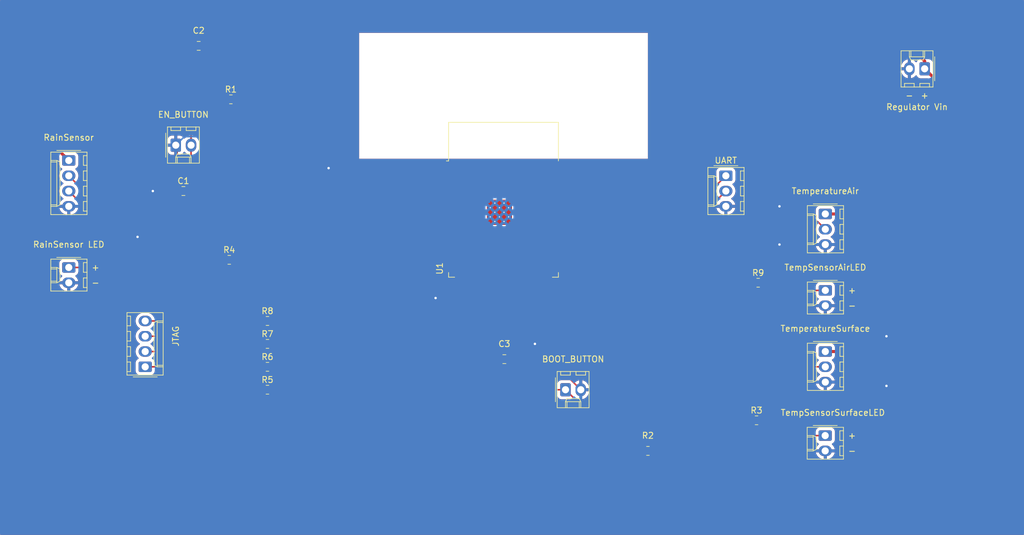
<source format=kicad_pcb>
(kicad_pcb (version 20240108) (generator "pcbnew") (generator_version "8.0")
  (layers (0 "F.Cu" signal) (31 "B.Cu" signal) (34 "B.Paste" user) (35 "F.Paste" user) (36 "B.SilkS" user "B.Silkscreen") (37 "F.SilkS" user "F.Silkscreen") (38 "B.Mask" user) (39 "F.Mask" user) (44 "Edge.Cuts" user))
  (net 0 "")
  (net 1 "GND")
  (net 2 "/EN")
  (net 3 "+3.3V")
  (net 4 "/BOOT")
  (net 5 "/TX")
  (net 6 "/RX")
  (net 7 "/MTDO")
  (net 8 "/MTCK")
  (net 9 "/MTDI")
  (net 10 "/MTMS")
  (net 11 "Net-(J6-Pin_1)")
  (net 12 "Net-(J7-Pin_1)")
  (net 28 "Net-(J10-Pin_1)")
  (net 29 "/DigitalRain")
  (net 30 "/GPIOTempSurface")
  (net 31 "/GPIOTempAir")
  (net 32 "/GPIOTempSurfaceLED")
  (net 33 "/GPIORainLED")
  (net 34 "/GPIOTempAirLED")
  (net 35 "/AnalogRain")
  (footprint "Connector_Molex:Molex_KK-254_AE-6410-02A_1x02_P2.54mm_Vertical" (layer "F.Cu") (at 200.66 96.52 -90)
    (property "Reference" "J10" (hide yes))
    (property "Value" "TempSensorAirLED" (at -3.81 0 0) (layer "F.SilkS"))
    (fp_text user "+" (at 0 -4.445 0) (layer "F.SilkS"))
    (fp_text user "-" (at 2.54 -4.445 0) (layer "F.SilkS"))
    (pad "1" thru_hole roundrect (at 0 0 270) (size 1.74 2.19) (drill 1.19) (layers "*.Cu" "*.Mask") (roundrect_rratio 0.143678) (net 28 "Net-(J10-Pin_1)"))
    (pad "2" thru_hole oval (at 2.54 0 270) (size 1.74 2.19) (drill 1.19) (layers "*.Cu" "*.Mask") (net 1 "GND"))
  )
  (footprint "Resistor_SMD:R_0805_2012Metric_Pad1.20x1.40mm_HandSolder" (layer "F.Cu") (at 107.95 105.41)
    (property "Reference" "R7" (at 0 -1.65 0) (layer "F.SilkS"))
    (property "Value" "100")
    (pad "1" smd roundrect (at -1 0) (size 1.2 1.4) (layers "F.Cu" "F.Paste" "F.Mask") (roundrect_rratio 0.208333) (net 9 "/MTDI"))
    (pad "2" smd roundrect (at 1 0) (size 1.2 1.4) (layers "F.Cu" "F.Paste" "F.Mask") (roundrect_rratio 0.208333) (net 9 "/MTDI"))
  )
  (footprint "Resistor_SMD:R_0805_2012Metric_Pad1.20x1.40mm_HandSolder" (layer "F.Cu") (at 101.6 91.44)
    (property "Reference" "R4" (at 0 -1.65 0) (layer "F.SilkS"))
    (property "Value" "220")
    (pad "1" smd roundrect (at -1 0) (size 1.2 1.4) (layers "F.Cu" "F.Paste" "F.Mask") (roundrect_rratio 0.208333) (net 33 "/GPIORainLED"))
    (pad "2" smd roundrect (at 1 0) (size 1.2 1.4) (layers "F.Cu" "F.Paste" "F.Mask") (roundrect_rratio 0.208333) (net 12 "Net-(J7-Pin_1)"))
  )
  (footprint "Connector_Molex:Molex_KK-254_AE-6410-02A_1x02_P2.54mm_Vertical" (layer "F.Cu") (at 200.64 120.65 -90)
    (property "Reference" "J6" (hide yes))
    (property "Value" "TempSensorSurfaceLED" (at -3.81 -1.27 0) (layer "F.SilkS"))
    (fp_text user "+" (at 0 -4.465 0) (layer "F.SilkS"))
    (fp_text user "-" (at 2.54 -4.465 0) (layer "F.SilkS"))
    (pad "1" thru_hole roundrect (at 0 0 270) (size 1.74 2.19) (drill 1.19) (layers "*.Cu" "*.Mask") (roundrect_rratio 0.143678) (net 11 "Net-(J6-Pin_1)"))
    (pad "2" thru_hole oval (at 2.54 0 270) (size 1.74 2.19) (drill 1.19) (layers "*.Cu" "*.Mask") (net 1 "GND"))
  )
  (footprint "Connector_Molex:Molex_KK-254_AE-6410-03A_1x03_P2.54mm_Vertical" (layer "F.Cu") (at 184.13 77.47 -90)
    (property "Reference" "J1" (hide yes))
    (property "Value" "UART" (at -2.54 0 180) (layer "F.SilkS"))
    (pad "1" thru_hole roundrect (at 0 0 270) (size 1.74 2.19) (drill 1.19) (layers "*.Cu" "*.Mask") (roundrect_rratio 0.143678) (net 5 "/TX"))
    (pad "2" thru_hole oval (at 2.54 0 270) (size 1.74 2.19) (drill 1.19) (layers "*.Cu" "*.Mask") (net 6 "/RX"))
    (pad "3" thru_hole oval (at 5.08 0 270) (size 1.74 2.19) (drill 1.19) (layers "*.Cu" "*.Mask") (net 1 "GND"))
  )
  (footprint "Connector_Molex:Molex_KK-254_AE-6410-02A_1x02_P2.54mm_Vertical" (layer "F.Cu") (at 92.71 72.39)
    (property "Reference" "J8" (hide yes))
    (property "Value" "EN_BUTTON" (at 1.27 -5.08 0) (layer "F.SilkS"))
    (pad "1" thru_hole roundrect (at 0 0) (size 1.74 2.19) (drill 1.19) (layers "*.Cu" "*.Mask") (roundrect_rratio 0.143678) (net 1 "GND"))
    (pad "2" thru_hole oval (at 2.54 0) (size 1.74 2.19) (drill 1.19) (layers "*.Cu" "*.Mask") (net 2 "/EN"))
  )
  (footprint "Connector_Molex:Molex_KK-254_AE-6410-04A_1x04_P2.54mm_Vertical" (layer "F.Cu") (at 87.63 109.22 90)
    (property "Reference" "J5" (hide yes))
    (property "Value" "JTAG" (at 5.08 5.08 90) (layer "F.SilkS"))
    (pad "1" thru_hole roundrect (at 0 0 90) (size 1.74 2.19) (drill 1.19) (layers "*.Cu" "*.Mask") (roundrect_rratio 0.143678) (net 7 "/MTDO"))
    (pad "2" thru_hole oval (at 2.54 0 90) (size 1.74 2.19) (drill 1.19) (layers "*.Cu" "*.Mask") (net 8 "/MTCK"))
    (pad "3" thru_hole oval (at 5.08 0 90) (size 1.74 2.19) (drill 1.19) (layers "*.Cu" "*.Mask") (net 9 "/MTDI"))
    (pad "4" thru_hole oval (at 7.62 0 90) (size 1.74 2.19) (drill 1.19) (layers "*.Cu" "*.Mask") (net 10 "/MTMS"))
  )
  (footprint "Capacitor_SMD:C_0805_2012Metric_Pad1.18x1.45mm_HandSolder" (layer "F.Cu") (at 96.52 55.88 180)
    (property "Reference" "C2" (at 0 2.54 0) (layer "F.SilkS"))
    (property "Value" "1uF")
    (pad "1" smd roundrect (at -1.0375 0 180) (size 1.175 1.45) (layers "F.Cu" "F.Paste" "F.Mask") (roundrect_rratio 0.212766) (net 3 "+3.3V"))
    (pad "2" smd roundrect (at 1.0375 0 180) (size 1.175 1.45) (layers "F.Cu" "F.Paste" "F.Mask") (roundrect_rratio 0.212766) (net 1 "GND"))
  )
  (footprint "Connector_Molex:Molex_KK-254_AE-6410-03A_1x03_P2.54mm_Vertical" (layer "F.Cu") (at 200.66 83.82 -90)
    (property "Reference" "J4" (hide yes))
    (property "Value" "TemperatureAir" (at -3.81 0 180) (layer "F.SilkS"))
    (pad "1" thru_hole roundrect (at 0 0 270) (size 1.74 2.19) (drill 1.19) (layers "*.Cu" "*.Mask") (roundrect_rratio 0.143678) (net 3 "+3.3V"))
    (pad "2" thru_hole oval (at 2.54 0 270) (size 1.74 2.19) (drill 1.19) (layers "*.Cu" "*.Mask") (net 31 "/GPIOTempAir"))
    (pad "3" thru_hole oval (at 5.08 0 270) (size 1.74 2.19) (drill 1.19) (layers "*.Cu" "*.Mask") (net 1 "GND"))
  )
  (footprint "Resistor_SMD:R_0805_2012Metric_Pad1.20x1.40mm_HandSolder" (layer "F.Cu") (at 107.95 109.22)
    (property "Reference" "R6" (at 0 -1.65 0) (layer "F.SilkS"))
    (property "Value" "100")
    (pad "1" smd roundrect (at -1 0) (size 1.2 1.4) (layers "F.Cu" "F.Paste" "F.Mask") (roundrect_rratio 0.208333) (net 8 "/MTCK"))
    (pad "2" smd roundrect (at 1 0) (size 1.2 1.4) (layers "F.Cu" "F.Paste" "F.Mask") (roundrect_rratio 0.208333) (net 8 "/MTCK"))
  )
  (footprint "Capacitor_SMD:C_0805_2012Metric_Pad1.18x1.45mm_HandSolder" (layer "F.Cu") (at 147.32 107.95)
    (property "Reference" "C3" (at 0 -2.54 0) (layer "F.SilkS"))
    (property "Value" "1uF")
    (pad "1" smd roundrect (at -1.0375 0) (size 1.175 1.45) (layers "F.Cu" "F.Paste" "F.Mask") (roundrect_rratio 0.212766) (net 4 "/BOOT"))
    (pad "2" smd roundrect (at 1.0375 0) (size 1.175 1.45) (layers "F.Cu" "F.Paste" "F.Mask") (roundrect_rratio 0.212766) (net 1 "GND"))
  )
  (footprint "Connector_Molex:Molex_KK-254_AE-6410-02A_1x02_P2.54mm_Vertical" (layer "F.Cu") (at 74.93 92.71 -90)
    (property "Reference" "J7" (hide yes))
    (property "Value" "RainSensor LED" (at -3.81 0 0) (layer "F.SilkS"))
    (fp_text user "+" (at 0 -4.445 0) (layer "F.SilkS"))
    (fp_text user "-" (at 2.54 -4.445 0) (layer "F.SilkS"))
    (pad "1" thru_hole roundrect (at 0 0 270) (size 1.74 2.19) (drill 1.19) (layers "*.Cu" "*.Mask") (roundrect_rratio 0.143678) (net 12 "Net-(J7-Pin_1)"))
    (pad "2" thru_hole oval (at 2.54 0 270) (size 1.74 2.19) (drill 1.19) (layers "*.Cu" "*.Mask") (net 1 "GND"))
  )
  (footprint "Resistor_SMD:R_0805_2012Metric_Pad1.20x1.40mm_HandSolder" (layer "F.Cu") (at 189.23 118.11)
    (property "Reference" "R3" (at 0 -1.65 0) (layer "F.SilkS"))
    (property "Value" "220")
    (pad "1" smd roundrect (at -1 0) (size 1.2 1.4) (layers "F.Cu" "F.Paste" "F.Mask") (roundrect_rratio 0.208333) (net 32 "/GPIOTempSurfaceLED"))
    (pad "2" smd roundrect (at 1 0) (size 1.2 1.4) (layers "F.Cu" "F.Paste" "F.Mask") (roundrect_rratio 0.208333) (net 11 "Net-(J6-Pin_1)"))
  )
  (footprint "RF_Module:ESP32-WROOM-32" (layer "F.Cu") (at 147.18 84.45)
    (property "Reference" "U1" (at -10.61 8.43 90) (layer "F.SilkS"))
    (property "Value" "ESP32-WROOM-32")
    (pad "1" smd rect (at -8.75 -8.25) (size 1.5 0.9) (layers "F.Cu" "F.Paste" "F.Mask") (net 1 "GND"))
    (pad "2" smd rect (at -8.75 -6.98) (size 1.5 0.9) (layers "F.Cu" "F.Paste" "F.Mask") (net 3 "+3.3V"))
    (pad "3" smd rect (at -8.75 -5.71) (size 1.5 0.9) (layers "F.Cu" "F.Paste" "F.Mask") (net 2 "/EN"))
    (pad "4" smd rect (at -8.75 -4.44) (size 1.5 0.9) (layers "F.Cu" "F.Paste" "F.Mask"))
    (pad "5" smd rect (at -8.75 -3.17) (size 1.5 0.9) (layers "F.Cu" "F.Paste" "F.Mask"))
    (pad "6" smd rect (at -8.75 -1.9) (size 1.5 0.9) (layers "F.Cu" "F.Paste" "F.Mask") (net 29 "/DigitalRain"))
    (pad "7" smd rect (at -8.75 -0.63) (size 1.5 0.9) (layers "F.Cu" "F.Paste" "F.Mask") (net 35 "/AnalogRain"))
    (pad "8" smd rect (at -8.75 0.64) (size 1.5 0.9) (layers "F.Cu" "F.Paste" "F.Mask"))
    (pad "9" smd rect (at -8.75 1.91) (size 1.5 0.9) (layers "F.Cu" "F.Paste" "F.Mask") (net 33 "/GPIORainLED"))
    (pad "10" smd rect (at -8.75 3.18) (size 1.5 0.9) (layers "F.Cu" "F.Paste" "F.Mask"))
    (pad "11" smd rect (at -8.75 4.45) (size 1.5 0.9) (layers "F.Cu" "F.Paste" "F.Mask"))
    (pad "12" smd rect (at -8.75 5.72) (size 1.5 0.9) (layers "F.Cu" "F.Paste" "F.Mask"))
    (pad "13" smd rect (at -8.75 6.99) (size 1.5 0.9) (layers "F.Cu" "F.Paste" "F.Mask") (net 10 "/MTMS"))
    (pad "14" smd rect (at -8.75 8.26) (size 1.5 0.9) (layers "F.Cu" "F.Paste" "F.Mask") (net 9 "/MTDI"))
    (pad "15" smd rect (at -5.71 9.51 90) (size 1.5 0.9) (layers "F.Cu" "F.Paste" "F.Mask") (net 1 "GND"))
    (pad "16" smd rect (at -4.44 9.51 90) (size 1.5 0.9) (layers "F.Cu" "F.Paste" "F.Mask") (net 8 "/MTCK"))
    (pad "17" smd rect (at -3.17 9.51 90) (size 1.5 0.9) (layers "F.Cu" "F.Paste" "F.Mask"))
    (pad "18" smd rect (at -1.9 9.51 90) (size 1.5 0.9) (layers "F.Cu" "F.Paste" "F.Mask"))
    (pad "19" smd rect (at -0.63 9.51 90) (size 1.5 0.9) (layers "F.Cu" "F.Paste" "F.Mask"))
    (pad "20" smd rect (at 0.64 9.51 90) (size 1.5 0.9) (layers "F.Cu" "F.Paste" "F.Mask"))
    (pad "21" smd rect (at 1.91 9.51 90) (size 1.5 0.9) (layers "F.Cu" "F.Paste" "F.Mask"))
    (pad "22" smd rect (at 3.18 9.51 90) (size 1.5 0.9) (layers "F.Cu" "F.Paste" "F.Mask"))
    (pad "23" smd rect (at 4.45 9.51 90) (size 1.5 0.9) (layers "F.Cu" "F.Paste" "F.Mask") (net 7 "/MTDO"))
    (pad "24" smd rect (at 5.72 9.51 90) (size 1.5 0.9) (layers "F.Cu" "F.Paste" "F.Mask"))
    (pad "25" smd rect (at 8.75 8.26) (size 1.5 0.9) (layers "F.Cu" "F.Paste" "F.Mask") (net 4 "/BOOT"))
    (pad "26" smd rect (at 8.75 6.99) (size 1.5 0.9) (layers "F.Cu" "F.Paste" "F.Mask"))
    (pad "27" smd rect (at 8.75 5.72) (size 1.5 0.9) (layers "F.Cu" "F.Paste" "F.Mask") (net 32 "/GPIOTempSurfaceLED"))
    (pad "28" smd rect (at 8.75 4.45) (size 1.5 0.9) (layers "F.Cu" "F.Paste" "F.Mask") (net 30 "/GPIOTempSurface"))
    (pad "29" smd rect (at 8.75 3.18) (size 1.5 0.9) (layers "F.Cu" "F.Paste" "F.Mask"))
    (pad "30" smd rect (at 8.75 1.91) (size 1.5 0.9) (layers "F.Cu" "F.Paste" "F.Mask") (net 34 "/GPIOTempAirLED"))
    (pad "31" smd rect (at 8.75 0.64) (size 1.5 0.9) (layers "F.Cu" "F.Paste" "F.Mask") (net 31 "/GPIOTempAir"))
    (pad "32" smd rect (at 8.75 -0.63) (size 1.5 0.9) (layers "F.Cu" "F.Paste" "F.Mask"))
    (pad "33" smd rect (at 8.75 -1.9) (size 1.5 0.9) (layers "F.Cu" "F.Paste" "F.Mask"))
    (pad "34" smd rect (at 8.75 -3.17) (size 1.5 0.9) (layers "F.Cu" "F.Paste" "F.Mask") (net 6 "/RX"))
    (pad "35" smd rect (at 8.75 -4.44) (size 1.5 0.9) (layers "F.Cu" "F.Paste" "F.Mask") (net 5 "/TX"))
    (pad "36" smd rect (at 8.75 -5.71) (size 1.5 0.9) (layers "F.Cu" "F.Paste" "F.Mask"))
    (pad "37" smd rect (at 8.75 -6.98) (size 1.5 0.9) (layers "F.Cu" "F.Paste" "F.Mask"))
    (pad "38" smd rect (at 8.75 -8.25) (size 1.5 0.9) (layers "F.Cu" "F.Paste" "F.Mask") (net 1 "GND"))
    (pad "39" smd rect (at -2.205 -2.435) (size 1.05 1.05) (layers "F.Cu" "F.Paste") (net 1 "GND"))
    (pad "39" thru_hole circle (at -2.205 -1.6725) (size 0.6 0.6) (drill 0.2) (property pad_prop_heatsink) (layers "*.Cu" "F.Mask") (net 1 "GND"))
    (pad "39" smd rect (at -2.205 -0.91) (size 1.05 1.05) (layers "F.Cu" "F.Paste") (net 1 "GND"))
    (pad "39" thru_hole circle (at -2.205 -0.1475) (size 0.6 0.6) (drill 0.2) (property pad_prop_heatsink) (layers "*.Cu" "F.Mask") (net 1 "GND"))
    (pad "39" smd rect (at -2.205 0.615) (size 1.05 1.05) (layers "F.Cu" "F.Paste") (net 1 "GND"))
    (pad "39" thru_hole circle (at -1.4425 -2.435) (size 0.6 0.6) (drill 0.2) (property pad_prop_heatsink) (layers "*.Cu" "F.Mask") (net 1 "GND"))
    (pad "39" thru_hole circle (at -1.4425 -0.91) (size 0.6 0.6) (drill 0.2) (property pad_prop_heatsink) (layers "*.Cu" "F.Mask") (net 1 "GND"))
    (pad "39" thru_hole circle (at -1.4425 0.615) (size 0.6 0.6) (drill 0.2) (property pad_prop_heatsink) (layers "*.Cu" "F.Mask") (net 1 "GND"))
    (pad "39" smd rect (at -0.68 -2.435) (size 1.05 1.05) (layers "F.Cu" "F.Paste") (net 1 "GND"))
    (pad "39" thru_hole circle (at -0.68 -1.6725) (size 0.6 0.6) (drill 0.2) (property pad_prop_heatsink) (layers "*.Cu" "F.Mask") (net 1 "GND"))
    (pad "39" smd rect (at -0.68 -0.91) (size 1.05 1.05) (layers "F.Cu" "F.Paste") (net 1 "GND"))
    (pad "39" smd rect (at -0.68 -0.91) (size 4.2 4.2) (layers "F.Cu" "F.Mask") (net 1 "GND"))
    (pad "39" thru_hole circle (at -0.68 -0.1475) (size 0.6 0.6) (drill 0.2) (property pad_prop_heatsink) (layers "*.Cu" "F.Mask") (net 1 "GND"))
    (pad "39" smd rect (at -0.68 0.615) (size 1.05 1.05) (layers "F.Cu" "F.Paste") (net 1 "GND"))
    (pad "39" thru_hole circle (at 0.0825 -2.435) (size 0.6 0.6) (drill 0.2) (property pad_prop_heatsink) (layers "*.Cu" "F.Mask") (net 1 "GND"))
    (pad "39" thru_hole circle (at 0.0825 -0.91) (size 0.6 0.6) (drill 0.2) (property pad_prop_heatsink) (layers "*.Cu" "F.Mask") (net 1 "GND"))
    (pad "39" thru_hole circle (at 0.0825 0.615) (size 0.6 0.6) (drill 0.2) (property pad_prop_heatsink) (layers "*.Cu" "F.Mask") (net 1 "GND"))
    (pad "39" smd rect (at 0.845 -2.435) (size 1.05 1.05) (layers "F.Cu" "F.Paste") (net 1 "GND"))
    (pad "39" thru_hole circle (at 0.845 -1.6725) (size 0.6 0.6) (drill 0.2) (property pad_prop_heatsink) (layers "*.Cu" "F.Mask") (net 1 "GND"))
    (pad "39" smd rect (at 0.845 -0.91) (size 1.05 1.05) (layers "F.Cu" "F.Paste") (net 1 "GND"))
    (pad "39" thru_hole circle (at 0.845 -0.1475) (size 0.6 0.6) (drill 0.2) (property pad_prop_heatsink) (layers "*.Cu" "F.Mask") (net 1 "GND"))
    (pad "39" smd rect (at 0.845 0.615) (size 1.05 1.05) (layers "F.Cu" "F.Paste") (net 1 "GND"))
    (zone (net 0) (net_name "") (layers "F.Cu" "In1.Cu" "B.Cu") (connect_pads (clearance 0)) (min_thickness 0.254)
      (keepout (tracks not_allowed) (vias not_allowed) (pads not_allowed) (copperpour not_allowed) (footprints not_allowed))
      (fill (thermal_gap 0.508) (thermal_bridge_width 0.508))
      (polygon (pts (xy 123.18 74.65) (xy 171.18 74.65) (xy 171.18 53.71) (xy 123.18 53.71)))
    )
  )
  (footprint "Resistor_SMD:R_0805_2012Metric_Pad1.20x1.40mm_HandSolder" (layer "F.Cu") (at 189.5 95.25)
    (property "Reference" "R9" (at 0 -1.65 0) (layer "F.SilkS"))
    (property "Value" "220")
    (pad "1" smd roundrect (at -1 0) (size 1.2 1.4) (layers "F.Cu" "F.Paste" "F.Mask") (roundrect_rratio 0.208333) (net 34 "/GPIOTempAirLED"))
    (pad "2" smd roundrect (at 1 0) (size 1.2 1.4) (layers "F.Cu" "F.Paste" "F.Mask") (roundrect_rratio 0.208333) (net 28 "Net-(J10-Pin_1)"))
  )
  (footprint "Connector_Molex:Molex_KK-254_AE-6410-02A_1x02_P2.54mm_Vertical" (layer "F.Cu") (at 217.17 59.69 180)
    (property "Reference" "J11" (hide yes))
    (property "Value" "Regulator Vin" (at 1.27 -6.35 0) (layer "F.SilkS"))
    (fp_text user "-" (at 2.54 -4.445 0) (layer "F.SilkS"))
    (fp_text user "+" (at 0 -4.445 0) (layer "F.SilkS"))
    (pad "1" thru_hole roundrect (at 0 0 180) (size 1.74 2.19) (drill 1.19) (layers "*.Cu" "*.Mask") (roundrect_rratio 0.143678) (net 3 "+3.3V"))
    (pad "2" thru_hole oval (at 2.54 0 180) (size 1.74 2.19) (drill 1.19) (layers "*.Cu" "*.Mask") (net 1 "GND"))
  )
  (footprint "Resistor_SMD:R_0805_2012Metric_Pad1.20x1.40mm_HandSolder" (layer "F.Cu") (at 107.95 101.6)
    (property "Reference" "R8" (at 0 -1.65 0) (layer "F.SilkS"))
    (property "Value" "100")
    (pad "1" smd roundrect (at -1 0) (size 1.2 1.4) (layers "F.Cu" "F.Paste" "F.Mask") (roundrect_rratio 0.208333) (net 10 "/MTMS"))
    (pad "2" smd roundrect (at 1 0) (size 1.2 1.4) (layers "F.Cu" "F.Paste" "F.Mask") (roundrect_rratio 0.208333) (net 10 "/MTMS"))
  )
  (footprint "Resistor_SMD:R_0805_2012Metric_Pad1.20x1.40mm_HandSolder" (layer "F.Cu") (at 107.95 113.03)
    (property "Reference" "R5" (at 0 -1.65 0) (layer "F.SilkS"))
    (property "Value" "100")
    (pad "1" smd roundrect (at -1 0) (size 1.2 1.4) (layers "F.Cu" "F.Paste" "F.Mask") (roundrect_rratio 0.208333) (net 7 "/MTDO"))
    (pad "2" smd roundrect (at 1 0) (size 1.2 1.4) (layers "F.Cu" "F.Paste" "F.Mask") (roundrect_rratio 0.208333) (net 7 "/MTDO"))
  )
  (footprint "Connector_Molex:Molex_KK-254_AE-6410-02A_1x02_P2.54mm_Vertical" (layer "F.Cu") (at 157.48 113.03)
    (property "Reference" "J9" (hide yes))
    (property "Value" "BOOT_BUTTON" (at 1.27 -5.08 0) (layer "F.SilkS"))
    (pad "1" thru_hole roundrect (at 0 0) (size 1.74 2.19) (drill 1.19) (layers "*.Cu" "*.Mask") (roundrect_rratio 0.143678) (net 4 "/BOOT"))
    (pad "2" thru_hole oval (at 2.54 0) (size 1.74 2.19) (drill 1.19) (layers "*.Cu" "*.Mask") (net 1 "GND"))
  )
  (footprint "Resistor_SMD:R_0805_2012Metric_Pad1.20x1.40mm_HandSolder" (layer "F.Cu") (at 101.87 64.77)
    (property "Reference" "R1" (at 0 -1.65 0) (layer "F.SilkS"))
    (property "Value" "10k" (hide yes))
    (pad "1" smd roundrect (at -1 0) (size 1.2 1.4) (layers "F.Cu" "F.Paste" "F.Mask") (roundrect_rratio 0.208333) (net 2 "/EN"))
    (pad "2" smd roundrect (at 1 0) (size 1.2 1.4) (layers "F.Cu" "F.Paste" "F.Mask") (roundrect_rratio 0.208333) (net 3 "+3.3V"))
  )
  (footprint "Resistor_SMD:R_0805_2012Metric_Pad1.20x1.40mm_HandSolder" (layer "F.Cu") (at 171.18 123.19 180)
    (property "Reference" "R2" (at 0 2.54 0) (layer "F.SilkS"))
    (property "Value" "10k")
    (pad "1" smd roundrect (at -1 0 180) (size 1.2 1.4) (layers "F.Cu" "F.Paste" "F.Mask") (roundrect_rratio 0.208333) (net 4 "/BOOT"))
    (pad "2" smd roundrect (at 1 0 180) (size 1.2 1.4) (layers "F.Cu" "F.Paste" "F.Mask") (roundrect_rratio 0.208333) (net 3 "+3.3V"))
  )
  (footprint "Connector_Molex:Molex_KK-254_AE-6410-03A_1x03_P2.54mm_Vertical" (layer "F.Cu") (at 200.66 106.68 -90)
    (property "Reference" "J3" (hide yes))
    (property "Value" "TemperatureSurface" (at -3.81 0 180) (layer "F.SilkS"))
    (pad "1" thru_hole roundrect (at 0 0 270) (size 1.74 2.19) (drill 1.19) (layers "*.Cu" "*.Mask") (roundrect_rratio 0.143678) (net 3 "+3.3V"))
    (pad "2" thru_hole oval (at 2.54 0 270) (size 1.74 2.19) (drill 1.19) (layers "*.Cu" "*.Mask") (net 30 "/GPIOTempSurface"))
    (pad "3" thru_hole oval (at 5.08 0 270) (size 1.74 2.19) (drill 1.19) (layers "*.Cu" "*.Mask") (net 1 "GND"))
  )
  (footprint "Connector_Molex:Molex_KK-254_AE-6410-04A_1x04_P2.54mm_Vertical" (layer "F.Cu") (at 74.93 74.93 -90)
    (property "Reference" "J2" (hide yes))
    (property "Value" "RainSensor" (at -3.81 0 180) (layer "F.SilkS"))
    (pad "1" thru_hole roundrect (at 0 0 270) (size 1.74 2.19) (drill 1.19) (layers "*.Cu" "*.Mask") (roundrect_rratio 0.143678) (net 3 "+3.3V"))
    (pad "2" thru_hole oval (at 2.54 0 270) (size 1.74 2.19) (drill 1.19) (layers "*.Cu" "*.Mask") (net 29 "/DigitalRain"))
    (pad "3" thru_hole oval (at 5.08 0 270) (size 1.74 2.19) (drill 1.19) (layers "*.Cu" "*.Mask") (net 35 "/AnalogRain"))
    (pad "4" thru_hole oval (at 7.62 0 270) (size 1.74 2.19) (drill 1.19) (layers "*.Cu" "*.Mask") (net 1 "GND"))
  )
  (footprint "Capacitor_SMD:C_0805_2012Metric_Pad1.18x1.45mm_HandSolder" (layer "F.Cu") (at 93.98 80.01)
    (property "Reference" "C1" (at 0 -1.68 0) (layer "F.SilkS"))
    (property "Value" "1uF")
    (pad "1" smd roundrect (at -1.0375 0) (size 1.175 1.45) (layers "F.Cu" "F.Paste" "F.Mask") (roundrect_rratio 0.212766) (net 1 "GND"))
    (pad "2" smd roundrect (at 1.0375 0) (size 1.175 1.45) (layers "F.Cu" "F.Paste" "F.Mask") (roundrect_rratio 0.212766) (net 2 "/EN"))
  )
  (segment (start 212.09 88.9) (end 213.36 90.17) (width 0.254) (layer "F.Cu") (net 1))
  (segment (start 205.74 99.06) (end 200.66 99.06) (width 0.254) (layer "F.Cu") (net 1))
  (segment (start 78.74 87.63) (end 86.36 87.63) (width 0.254) (layer "F.Cu") (net 1))
  (segment (start 74.93 83.82) (end 78.74 87.63) (width 0.254) (layer "F.Cu") (net 1))
  (segment (start 88.9 80.01) (end 92.9425 80.01) (width 0.254) (layer "F.Cu") (net 1))
  (segment (start 139.72 93.96) (end 141.47 93.96) (width 0.254) (layer "F.Cu") (net 1))
  (segment (start 191.77 69.85) (end 191.77 81.28) (width 0.254) (layer "F.Cu") (net 1))
  (segment (start 154.94 107.95) (end 160.02 113.03) (width 0.254) (layer "F.Cu") (net 1))
  (segment (start 210.82 112.395) (end 210.82 120.65) (width 0.254) (layer "F.Cu") (net 1))
  (segment (start 213.36 91.44) (end 205.74 99.06) (width 0.254) (layer "F.Cu") (net 1))
  (segment (start 139.16 76.2) (end 144.975 82.015) (width 0.254) (layer "F.Cu") (net 1))
  (segment (start 154.926 76.2) (end 149.111 82.015) (width 0.254) (layer "F.Cu") (net 1))
  (segment (start 117.8775 76.2) (end 118.11 76.2) (width 0.254) (layer "F.Cu") (net 1))
  (segment (start 208.28 123.19) (end 210.82 120.65) (width 0.25) (layer "F.Cu") (net 1))
  (segment (start 74.93 82.55) (end 74.93 83.82) (width 0.254) (layer "F.Cu") (net 1))
  (segment (start 155.93 76.2) (end 154.926 76.2) (width 0.254) (layer "F.Cu") (net 1))
  (segment (start 200.64 123.19) (end 208.28 123.19) (width 0.25) (layer "F.Cu") (net 1))
  (segment (start 92.71 72.39) (end 92.71 58.6525) (width 0.254) (layer "F.Cu") (net 1))
  (segment (start 92.9425 80.01) (end 92.9425 72.6225) (width 0.254) (layer "F.Cu") (net 1))
  (segment (start 148.3575 107.95) (end 154.94 107.95) (width 0.254) (layer "F.Cu") (net 1))
  (segment (start 184.13 82.55) (end 193.04 82.55) (width 0.254) (layer "F.Cu") (net 1))
  (segment (start 148.3575 107.95) (end 149.86 107.95) (width 0.254) (layer "F.Cu") (net 1))
  (segment (start 92.71 58.6525) (end 95.4825 55.88) (width 0.254) (layer "F.Cu") (net 1))
  (segment (start 214.63 59.69) (end 201.93 59.69) (width 0.254) (layer "F.Cu") (net 1))
  (segment (start 201.93 59.69) (end 189.23 59.69) (width 0.254) (layer "F.Cu") (net 1))
  (segment (start 68.58 82.55) (end 74.93 82.55) (width 0.254) (layer "F.Cu") (net 1))
  (segment (start 68.58 95.25) (end 68.58 82.55) (width 0.254) (layer "F.Cu") (net 1))
  (segment (start 141.47 88.57) (end 146.5 83.54) (width 0.254) (layer "F.Cu") (net 1))
  (segment (start 200.66 99.06) (end 208.28 99.06) (width 0.254) (layer "F.Cu") (net 1))
  (segment (start 210.185 111.76) (end 210.82 112.395) (width 0.25) (layer "F.Cu") (net 1))
  (segment (start 200.66 88.9) (end 212.09 88.9) (width 0.254) (layer "F.Cu") (net 1))
  (segment (start 210.82 101.6) (end 210.82 104.14) (width 0.254) (layer "F.Cu") (net 1))
  (segment (start 193.04 88.9) (end 200.66 88.9) (width 0.254) (layer "F.Cu") (net 1))
  (segment (start 191.77 81.28) (end 193.04 82.55) (width 0.254) (layer "F.Cu") (net 1))
  (segment (start 208.28 99.06) (end 210.82 101.6) (width 0.254) (layer "F.Cu") (net 1))
  (segment (start 118.11 76.2) (end 138.43 76.2) (width 0.254) (layer "F.Cu") (net 1))
  (segment (start 92.9425 72.6225) (end 92.71 72.39) (width 0.254) (layer "F.Cu") (net 1))
  (segment (start 149.86 107.95) (end 152.4 105.41) (width 0.254) (layer "F.Cu") (net 1))
  (segment (start 213.36 90.17) (end 213.36 91.44) (width 0.254) (layer "F.Cu") (net 1))
  (segment (start 149.111 82.015) (end 148.025 82.015) (width 0.254) (layer "F.Cu") (net 1))
  (segment (start 172.72 76.2) (end 155.93 76.2) (width 0.254) (layer "F.Cu") (net 1))
  (segment (start 74.93 95.25) (end 68.58 95.25) (width 0.254) (layer "F.Cu") (net 1))
  (segment (start 141.47 93.96) (end 141.47 88.57) (width 0.254) (layer "F.Cu") (net 1))
  (segment (start 201.93 59.69) (end 191.77 69.85) (width 0.254) (layer "F.Cu") (net 1))
  (segment (start 138.43 76.2) (end 139.16 76.2) (width 0.254) (layer "F.Cu") (net 1))
  (segment (start 189.23 59.69) (end 172.72 76.2) (width 0.254) (layer "F.Cu") (net 1))
  (segment (start 200.66 111.76) (end 210.185 111.76) (width 0.25) (layer "F.Cu") (net 1))
  (segment (start 135.89 97.79) (end 139.72 93.96) (width 0.254) (layer "F.Cu") (net 1))
  (via (at 210.82 104.14) (size 0.8) (drill 0.4) (layers "F.Cu" "B.Cu") (net 1))
  (via (at 118.11 76.2) (size 0.8) (drill 0.4) (layers "F.Cu" "B.Cu") (net 1))
  (via (at 193.04 88.9) (size 0.8) (drill 0.4) (layers "F.Cu" "B.Cu") (net 1))
  (via (at 135.89 97.79) (size 0.8) (drill 0.4) (layers "F.Cu" "B.Cu") (net 1))
  (via (at 152.4 105.41) (size 0.8) (drill 0.4) (layers "F.Cu" "B.Cu") (net 1))
  (via (at 86.36 87.63) (size 0.8) (drill 0.4) (layers "F.Cu" "B.Cu") (net 1))
  (via (at 210.82 112.395) (size 0.8) (drill 0.4) (layers "F.Cu" "B.Cu") (net 1))
  (via (at 193.04 82.55) (size 0.8) (drill 0.4) (layers "F.Cu" "B.Cu") (net 1))
  (via (at 88.9 80.01) (size 0.8) (drill 0.4) (layers "F.Cu" "B.Cu") (net 1))
  (segment (start 112.878 70.968) (end 118.11 76.2) (width 0.254) (layer "B.Cu") (net 1))
  (segment (start 210.82 104.14) (end 210.82 112.395) (width 0.254) (layer "B.Cu") (net 1))
  (segment (start 92.71 72.39) (end 94.132 70.968) (width 0.254) (layer "B.Cu") (net 1))
  (segment (start 194.31 83.82) (end 194.31 87.63) (width 0.254) (layer "B.Cu") (net 1))
  (segment (start 152.4 105.41) (end 144.78 97.79) (width 0.254) (layer "B.Cu") (net 1))
  (segment (start 194.31 87.63) (end 193.04 88.9) (width 0.254) (layer "B.Cu") (net 1))
  (segment (start 86.36 87.63) (end 86.36 82.55) (width 0.254) (layer "B.Cu") (net 1))
  (segment (start 193.04 82.55) (end 194.31 83.82) (width 0.254) (layer "B.Cu") (net 1))
  (segment (start 94.132 70.968) (end 112.878 70.968) (width 0.254) (layer "B.Cu") (net 1))
  (segment (start 86.36 82.55) (end 88.9 80.01) (width 0.254) (layer "B.Cu") (net 1))
  (segment (start 144.78 97.79) (end 135.89 97.79) (width 0.254) (layer "B.Cu") (net 1))
  (segment (start 95.0175 80.01) (end 96.2875 78.74) (width 0.254) (layer "F.Cu") (net 2))
  (segment (start 96.2875 78.74) (end 138.43 78.74) (width 0.254) (layer "F.Cu") (net 2))
  (segment (start 100.87 64.77) (end 95.25 70.39) (width 0.254) (layer "F.Cu") (net 2))
  (segment (start 95.25 79.7775) (end 95.25 72.39) (width 0.254) (layer "F.Cu") (net 2))
  (segment (start 95.0175 80.01) (end 95.25 79.7775) (width 0.254) (layer "F.Cu") (net 2))
  (segment (start 95.25 70.39) (end 95.25 72.39) (width 0.254) (layer "F.Cu") (net 2))
  (segment (start 92.4775 50.8) (end 83.82 50.8) (width 0.508) (layer "F.Cu") (net 3))
  (segment (start 67.31 54.61) (end 67.31 67.31) (width 0.508) (layer "F.Cu") (net 3))
  (segment (start 97.5575 55.88) (end 102.87 61.1925) (width 0.508) (layer "F.Cu") (net 3))
  (segment (start 226.06 83.82) (end 229.87 80.01) (width 0.508) (layer "F.Cu") (net 3))
  (segment (start 209.55 50.8) (end 217.17 58.42) (width 0.508) (layer "F.Cu") (net 3))
  (segment (start 102.87 61.1925) (end 102.87 64.77) (width 0.508) (layer "F.Cu") (net 3))
  (segment (start 229.87 107.95) (end 229.87 130.81) (width 0.508) (layer "F.Cu") (net 3))
  (segment (start 229.87 102.87) (end 229.87 106.68) (width 0.508) (layer "F.Cu") (net 3))
  (segment (start 229.87 130.81) (end 226.06 134.62) (width 0.508) (layer "F.Cu") (net 3))
  (segment (start 229.87 106.68) (end 229.87 107.95) (width 0.508) (layer "F.Cu") (net 3))
  (segment (start 83.82 50.8) (end 71.12 50.8) (width 0.508) (layer "F.Cu") (net 3))
  (segment (start 226.06 106.68) (end 229.87 102.87) (width 0.508) (layer "F.Cu") (net 3))
  (segment (start 209.55 50.8) (end 83.82 50.8) (width 0.508) (layer "F.Cu") (net 3))
  (segment (start 102.87 64.77) (end 115.57 77.47) (width 0.508) (layer "F.Cu") (net 3))
  (segment (start 67.31 67.31) (end 74.93 74.93) (width 0.508) (layer "F.Cu") (net 3))
  (segment (start 217.17 59.69) (end 229.87 72.39) (width 0.508) (layer "F.Cu") (net 3))
  (segment (start 71.12 50.8) (end 67.31 54.61) (width 0.508) (layer "F.Cu") (net 3))
  (segment (start 200.66 83.82) (end 226.06 83.82) (width 0.508) (layer "F.Cu") (net 3))
  (segment (start 226.06 134.62) (end 181.61 134.62) (width 0.508) (layer "F.Cu") (net 3))
  (segment (start 181.61 134.62) (end 170.18 123.19) (width 0.508) (layer "F.Cu") (net 3))
  (segment (start 97.5575 55.88) (end 92.4775 50.8) (width 0.508) (layer "F.Cu") (net 3))
  (segment (start 229.87 80.01) (end 229.87 102.87) (width 0.508) (layer "F.Cu") (net 3))
  (segment (start 115.57 77.47) (end 138.43 77.47) (width 0.508) (layer "F.Cu") (net 3))
  (segment (start 217.17 58.42) (end 217.17 59.69) (width 0.508) (layer "F.Cu") (net 3))
  (segment (start 200.66 106.68) (end 226.06 106.68) (width 0.508) (layer "F.Cu") (net 3))
  (segment (start 229.87 72.39) (end 229.87 80.01) (width 0.508) (layer "F.Cu") (net 3))
  (segment (start 157.48 113.03) (end 161.29 116.84) (width 0.254) (layer "F.Cu") (net 4))
  (segment (start 151.3625 113.03) (end 146.2825 107.95) (width 0.254) (layer "F.Cu") (net 4))
  (segment (start 175.26 120.65) (end 175.26 118.11) (width 0.254) (layer "F.Cu") (net 4))
  (segment (start 157.48 113.03) (end 151.3625 113.03) (width 0.254) (layer "F.Cu") (net 4))
  (segment (start 173.99 116.84) (end 161.29 116.84) (width 0.254) (layer "F.Cu") (net 4))
  (segment (start 175.26 118.11) (end 173.99 116.84) (width 0.254) (layer "F.Cu") (net 4))
  (segment (start 155.93 98.3025) (end 155.93 92.71) (width 0.254) (layer "F.Cu") (net 4))
  (segment (start 146.2825 107.95) (end 155.93 98.3025) (width 0.254) (layer "F.Cu") (net 4))
  (segment (start 172.72 123.19) (end 175.26 120.65) (width 0.254) (layer "F.Cu") (net 4))
  (segment (start 172.18 123.19) (end 172.72 123.19) (width 0.254) (layer "F.Cu") (net 4))
  (segment (start 184.13 77.47) (end 181.59 80.01) (width 0.254) (layer "F.Cu") (net 5))
  (segment (start 181.59 80.01) (end 155.93 80.01) (width 0.254) (layer "F.Cu") (net 5))
  (segment (start 184.13 80.01) (end 182.86 81.28) (width 0.254) (layer "F.Cu") (net 6))
  (segment (start 182.86 81.28) (end 155.93 81.28) (width 0.254) (layer "F.Cu") (net 6))
  (segment (start 133.564 113.03) (end 151.63 94.964) (width 0.254) (layer "F.Cu") (net 7))
  (segment (start 103.14 109.22) (end 106.95 113.03) (width 0.254) (layer "F.Cu") (net 7))
  (segment (start 87.63 109.22) (end 103.14 109.22) (width 0.254) (layer "F.Cu") (net 7))
  (segment (start 151.63 94.964) (end 151.63 93.96) (width 0.254) (layer "F.Cu") (net 7))
  (segment (start 108.95 113.03) (end 133.564 113.03) (width 0.254) (layer "F.Cu") (net 7))
  (segment (start 106.95 113.03) (end 108.95 113.03) (width 0.254) (layer "F.Cu") (net 7))
  (segment (start 128.484 109.22) (end 142.74 94.964) (width 0.254) (layer "F.Cu") (net 8))
  (segment (start 106.95 109.22) (end 108.95 109.22) (width 0.254) (layer "F.Cu") (net 8))
  (segment (start 108.95 109.22) (end 128.484 109.22) (width 0.254) (layer "F.Cu") (net 8))
  (segment (start 87.63 106.68) (end 104.41 106.68) (width 0.254) (layer "F.Cu") (net 8))
  (segment (start 142.74 94.964) (end 142.74 93.96) (width 0.254) (layer "F.Cu") (net 8))
  (segment (start 104.41 106.68) (end 106.95 109.22) (width 0.254) (layer "F.Cu") (net 8))
  (segment (start 121.65 92.71) (end 138.43 92.71) (width 0.254) (layer "F.Cu") (net 9))
  (segment (start 105.68 104.14) (end 106.95 105.41) (width 0.254) (layer "F.Cu") (net 9))
  (segment (start 106.95 105.41) (end 108.95 105.41) (width 0.254) (layer "F.Cu") (net 9))
  (segment (start 87.63 104.14) (end 105.68 104.14) (width 0.254) (layer "F.Cu") (net 9))
  (segment (start 108.95 105.41) (end 121.65 92.71) (width 0.254) (layer "F.Cu") (net 9))
  (segment (start 87.63 101.6) (end 106.95 101.6) (width 0.254) (layer "F.Cu") (net 10))
  (segment (start 119.11 91.44) (end 138.43 91.44) (width 0.254) (layer "F.Cu") (net 10))
  (segment (start 106.95 101.6) (end 108.95 101.6) (width 0.254) (layer "F.Cu") (net 10))
  (segment (start 108.95 101.6) (end 119.11 91.44) (width 0.254) (layer "F.Cu") (net 10))
  (segment (start 192.77 120.65) (end 190.23 118.11) (width 0.254) (layer "F.Cu") (net 11))
  (segment (start 200.66 120.65) (end 192.77 120.65) (width 0.254) (layer "F.Cu") (net 11))
  (segment (start 74.93 92.71) (end 83.82 92.71) (width 0.254) (layer "F.Cu") (net 12))
  (segment (start 100.06 93.98) (end 102.6 91.44) (width 0.254) (layer "F.Cu") (net 12))
  (segment (start 85.09 93.98) (end 100.06 93.98) (width 0.254) (layer "F.Cu") (net 12))
  (segment (start 83.82 92.71) (end 85.09 93.98) (width 0.254) (layer "F.Cu") (net 12))
  (segment (start 191.77 96.52) (end 190.5 95.25) (width 0.254) (layer "F.Cu") (net 28))
  (segment (start 200.66 96.52) (end 191.77 96.52) (width 0.254) (layer "F.Cu") (net 28))
  (segment (start 80.01 82.55) (end 138.43 82.55) (width 0.254) (layer "F.Cu") (net 29))
  (segment (start 74.93 77.47) (end 80.01 82.55) (width 0.254) (layer "F.Cu") (net 29))
  (segment (start 200.66 109.22) (end 190.5 109.22) (width 0.254) (layer "F.Cu") (net 30))
  (segment (start 190.5 109.22) (end 186.69 105.41) (width 0.254) (layer "F.Cu") (net 30))
  (segment (start 180.34 88.9) (end 155.93 88.9) (width 0.254) (layer "F.Cu") (net 30))
  (segment (start 186.69 105.41) (end 180.34 99.06) (width 0.254) (layer "F.Cu") (net 30))
  (segment (start 180.34 99.06) (end 180.34 88.9) (width 0.254) (layer "F.Cu") (net 30))
  (segment (start 200.66 86.36) (end 199.39 85.09) (width 0.254) (layer "F.Cu") (net 31))
  (segment (start 199.39 85.09) (end 155.93 85.09) (width 0.254) (layer "F.Cu") (net 31))
  (segment (start 160.29 90.17) (end 155.93 90.17) (width 0.254) (layer "F.Cu") (net 32))
  (segment (start 188.23 118.11) (end 160.29 90.17) (width 0.254) (layer "F.Cu") (net 32))
  (segment (start 100.6 91.44) (end 105.68 86.36) (width 0.254) (layer "F.Cu") (net 33))
  (segment (start 105.68 86.36) (end 138.43 86.36) (width 0.254) (layer "F.Cu") (net 33))
  (segment (start 188.5 95.25) (end 179.61 86.36) (width 0.254) (layer "F.Cu") (net 34))
  (segment (start 179.61 86.36) (end 155.93 86.36) (width 0.254) (layer "F.Cu") (net 34))
  (segment (start 78.74 83.82) (end 138.43 83.82) (width 0.254) (layer "F.Cu") (net 35))
  (segment (start 74.93 80.01) (end 78.74 83.82) (width 0.254) (layer "F.Cu") (net 35))
  (zone (net 1) (net_name "GND") (layers "F&B.Cu") (connect_pads (clearance 0.5)) (min_thickness 0.25) (fill yes (thermal_gap 0.5) (thermal_bridge_width 0.5))
    (polygon (pts (xy 63.5 48.26) (xy 233.68 48.26) (xy 233.68 137.16) (xy 63.5 137.16)))
  )
)
</source>
